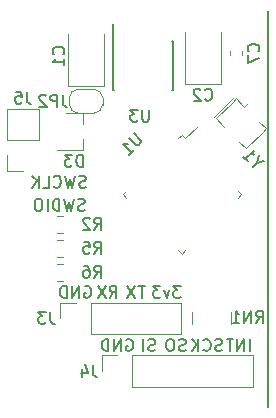
<source format=gbo>
G04 #@! TF.GenerationSoftware,KiCad,Pcbnew,5.0.2+dfsg1-1*
G04 #@! TF.CreationDate,2019-02-22T20:57:12+02:00*
G04 #@! TF.ProjectId,e3634a_oled,65333633-3461-45f6-9f6c-65642e6b6963,A*
G04 #@! TF.SameCoordinates,Original*
G04 #@! TF.FileFunction,Legend,Bot*
G04 #@! TF.FilePolarity,Positive*
%FSLAX46Y46*%
G04 Gerber Fmt 4.6, Leading zero omitted, Abs format (unit mm)*
G04 Created by KiCad (PCBNEW 5.0.2+dfsg1-1) date Fri 22 Feb 2019 08:57:12 PM EET*
%MOMM*%
%LPD*%
G01*
G04 APERTURE LIST*
%ADD10C,0.150000*%
%ADD11C,0.200000*%
%ADD12C,0.120000*%
G04 APERTURE END LIST*
D10*
X57757847Y-56838561D02*
X57614990Y-56886180D01*
X57376895Y-56886180D01*
X57281657Y-56838561D01*
X57234038Y-56790942D01*
X57186419Y-56695704D01*
X57186419Y-56600466D01*
X57234038Y-56505228D01*
X57281657Y-56457609D01*
X57376895Y-56409990D01*
X57567371Y-56362371D01*
X57662609Y-56314752D01*
X57710228Y-56267133D01*
X57757847Y-56171895D01*
X57757847Y-56076657D01*
X57710228Y-55981419D01*
X57662609Y-55933800D01*
X57567371Y-55886180D01*
X57329276Y-55886180D01*
X57186419Y-55933800D01*
X56853085Y-55886180D02*
X56614990Y-56886180D01*
X56424514Y-56171895D01*
X56234038Y-56886180D01*
X55995942Y-55886180D01*
X55614990Y-56886180D02*
X55614990Y-55886180D01*
X55376895Y-55886180D01*
X55234038Y-55933800D01*
X55138800Y-56029038D01*
X55091180Y-56124276D01*
X55043561Y-56314752D01*
X55043561Y-56457609D01*
X55091180Y-56648085D01*
X55138800Y-56743323D01*
X55234038Y-56838561D01*
X55376895Y-56886180D01*
X55614990Y-56886180D01*
X54614990Y-56886180D02*
X54614990Y-55886180D01*
X53948323Y-55886180D02*
X53757847Y-55886180D01*
X53662609Y-55933800D01*
X53567371Y-56029038D01*
X53519752Y-56219514D01*
X53519752Y-56552847D01*
X53567371Y-56743323D01*
X53662609Y-56838561D01*
X53757847Y-56886180D01*
X53948323Y-56886180D01*
X54043561Y-56838561D01*
X54138800Y-56743323D01*
X54186419Y-56552847D01*
X54186419Y-56219514D01*
X54138800Y-56029038D01*
X54043561Y-55933800D01*
X53948323Y-55886180D01*
X57849904Y-54882761D02*
X57707047Y-54930380D01*
X57468952Y-54930380D01*
X57373714Y-54882761D01*
X57326095Y-54835142D01*
X57278476Y-54739904D01*
X57278476Y-54644666D01*
X57326095Y-54549428D01*
X57373714Y-54501809D01*
X57468952Y-54454190D01*
X57659428Y-54406571D01*
X57754666Y-54358952D01*
X57802285Y-54311333D01*
X57849904Y-54216095D01*
X57849904Y-54120857D01*
X57802285Y-54025619D01*
X57754666Y-53978000D01*
X57659428Y-53930380D01*
X57421333Y-53930380D01*
X57278476Y-53978000D01*
X56945142Y-53930380D02*
X56707047Y-54930380D01*
X56516571Y-54216095D01*
X56326095Y-54930380D01*
X56088000Y-53930380D01*
X55135619Y-54835142D02*
X55183238Y-54882761D01*
X55326095Y-54930380D01*
X55421333Y-54930380D01*
X55564190Y-54882761D01*
X55659428Y-54787523D01*
X55707047Y-54692285D01*
X55754666Y-54501809D01*
X55754666Y-54358952D01*
X55707047Y-54168476D01*
X55659428Y-54073238D01*
X55564190Y-53978000D01*
X55421333Y-53930380D01*
X55326095Y-53930380D01*
X55183238Y-53978000D01*
X55135619Y-54025619D01*
X54230857Y-54930380D02*
X54707047Y-54930380D01*
X54707047Y-53930380D01*
X53897523Y-54930380D02*
X53897523Y-53930380D01*
X53326095Y-54930380D02*
X53754666Y-54358952D01*
X53326095Y-53930380D02*
X53897523Y-54501809D01*
X71732761Y-68773380D02*
X71732761Y-67773380D01*
X71256571Y-68773380D02*
X71256571Y-67773380D01*
X70685142Y-68773380D01*
X70685142Y-67773380D01*
X70351809Y-67773380D02*
X69780380Y-67773380D01*
X70066095Y-68773380D02*
X70066095Y-67773380D01*
X69385714Y-68725761D02*
X69242857Y-68773380D01*
X69004761Y-68773380D01*
X68909523Y-68725761D01*
X68861904Y-68678142D01*
X68814285Y-68582904D01*
X68814285Y-68487666D01*
X68861904Y-68392428D01*
X68909523Y-68344809D01*
X69004761Y-68297190D01*
X69195238Y-68249571D01*
X69290476Y-68201952D01*
X69338095Y-68154333D01*
X69385714Y-68059095D01*
X69385714Y-67963857D01*
X69338095Y-67868619D01*
X69290476Y-67821000D01*
X69195238Y-67773380D01*
X68957142Y-67773380D01*
X68814285Y-67821000D01*
X67814285Y-68678142D02*
X67861904Y-68725761D01*
X68004761Y-68773380D01*
X68100000Y-68773380D01*
X68242857Y-68725761D01*
X68338095Y-68630523D01*
X68385714Y-68535285D01*
X68433333Y-68344809D01*
X68433333Y-68201952D01*
X68385714Y-68011476D01*
X68338095Y-67916238D01*
X68242857Y-67821000D01*
X68100000Y-67773380D01*
X68004761Y-67773380D01*
X67861904Y-67821000D01*
X67814285Y-67868619D01*
X67385714Y-68773380D02*
X67385714Y-67773380D01*
X66814285Y-68773380D02*
X67242857Y-68201952D01*
X66814285Y-67773380D02*
X67385714Y-68344809D01*
X66303523Y-68725761D02*
X66160666Y-68773380D01*
X65922571Y-68773380D01*
X65827333Y-68725761D01*
X65779714Y-68678142D01*
X65732095Y-68582904D01*
X65732095Y-68487666D01*
X65779714Y-68392428D01*
X65827333Y-68344809D01*
X65922571Y-68297190D01*
X66113047Y-68249571D01*
X66208285Y-68201952D01*
X66255904Y-68154333D01*
X66303523Y-68059095D01*
X66303523Y-67963857D01*
X66255904Y-67868619D01*
X66208285Y-67821000D01*
X66113047Y-67773380D01*
X65874952Y-67773380D01*
X65732095Y-67821000D01*
X65113047Y-67773380D02*
X64922571Y-67773380D01*
X64827333Y-67821000D01*
X64732095Y-67916238D01*
X64684476Y-68106714D01*
X64684476Y-68440047D01*
X64732095Y-68630523D01*
X64827333Y-68725761D01*
X64922571Y-68773380D01*
X65113047Y-68773380D01*
X65208285Y-68725761D01*
X65303523Y-68630523D01*
X65351142Y-68440047D01*
X65351142Y-68106714D01*
X65303523Y-67916238D01*
X65208285Y-67821000D01*
X65113047Y-67773380D01*
X63723809Y-68725761D02*
X63580952Y-68773380D01*
X63342857Y-68773380D01*
X63247619Y-68725761D01*
X63200000Y-68678142D01*
X63152380Y-68582904D01*
X63152380Y-68487666D01*
X63200000Y-68392428D01*
X63247619Y-68344809D01*
X63342857Y-68297190D01*
X63533333Y-68249571D01*
X63628571Y-68201952D01*
X63676190Y-68154333D01*
X63723809Y-68059095D01*
X63723809Y-67963857D01*
X63676190Y-67868619D01*
X63628571Y-67821000D01*
X63533333Y-67773380D01*
X63295238Y-67773380D01*
X63152380Y-67821000D01*
X62723809Y-68773380D02*
X62723809Y-67773380D01*
X61302904Y-67821000D02*
X61398142Y-67773380D01*
X61541000Y-67773380D01*
X61683857Y-67821000D01*
X61779095Y-67916238D01*
X61826714Y-68011476D01*
X61874333Y-68201952D01*
X61874333Y-68344809D01*
X61826714Y-68535285D01*
X61779095Y-68630523D01*
X61683857Y-68725761D01*
X61541000Y-68773380D01*
X61445761Y-68773380D01*
X61302904Y-68725761D01*
X61255285Y-68678142D01*
X61255285Y-68344809D01*
X61445761Y-68344809D01*
X60826714Y-68773380D02*
X60826714Y-67773380D01*
X60255285Y-68773380D01*
X60255285Y-67773380D01*
X59779095Y-68773380D02*
X59779095Y-67773380D01*
X59541000Y-67773380D01*
X59398142Y-67821000D01*
X59302904Y-67916238D01*
X59255285Y-68011476D01*
X59207666Y-68201952D01*
X59207666Y-68344809D01*
X59255285Y-68535285D01*
X59302904Y-68630523D01*
X59398142Y-68725761D01*
X59541000Y-68773380D01*
X59779095Y-68773380D01*
X65890476Y-63252380D02*
X65271428Y-63252380D01*
X65604761Y-63633333D01*
X65461904Y-63633333D01*
X65366666Y-63680952D01*
X65319047Y-63728571D01*
X65271428Y-63823809D01*
X65271428Y-64061904D01*
X65319047Y-64157142D01*
X65366666Y-64204761D01*
X65461904Y-64252380D01*
X65747619Y-64252380D01*
X65842857Y-64204761D01*
X65890476Y-64157142D01*
X64938095Y-63585714D02*
X64700000Y-64252380D01*
X64461904Y-63585714D01*
X64176190Y-63252380D02*
X63557142Y-63252380D01*
X63890476Y-63633333D01*
X63747619Y-63633333D01*
X63652380Y-63680952D01*
X63604761Y-63728571D01*
X63557142Y-63823809D01*
X63557142Y-64061904D01*
X63604761Y-64157142D01*
X63652380Y-64204761D01*
X63747619Y-64252380D01*
X64033333Y-64252380D01*
X64128571Y-64204761D01*
X64176190Y-64157142D01*
X62861904Y-63252380D02*
X62290476Y-63252380D01*
X62576190Y-64252380D02*
X62576190Y-63252380D01*
X62052380Y-63252380D02*
X61385714Y-64252380D01*
X61385714Y-63252380D02*
X62052380Y-64252380D01*
X59866666Y-64252380D02*
X60200000Y-63776190D01*
X60438095Y-64252380D02*
X60438095Y-63252380D01*
X60057142Y-63252380D01*
X59961904Y-63300000D01*
X59914285Y-63347619D01*
X59866666Y-63442857D01*
X59866666Y-63585714D01*
X59914285Y-63680952D01*
X59961904Y-63728571D01*
X60057142Y-63776190D01*
X60438095Y-63776190D01*
X59533333Y-63252380D02*
X58866666Y-64252380D01*
X58866666Y-63252380D02*
X59533333Y-64252380D01*
X57761904Y-63300000D02*
X57857142Y-63252380D01*
X58000000Y-63252380D01*
X58142857Y-63300000D01*
X58238095Y-63395238D01*
X58285714Y-63490476D01*
X58333333Y-63680952D01*
X58333333Y-63823809D01*
X58285714Y-64014285D01*
X58238095Y-64109523D01*
X58142857Y-64204761D01*
X58000000Y-64252380D01*
X57904761Y-64252380D01*
X57761904Y-64204761D01*
X57714285Y-64157142D01*
X57714285Y-63823809D01*
X57904761Y-63823809D01*
X57285714Y-64252380D02*
X57285714Y-63252380D01*
X56714285Y-64252380D01*
X56714285Y-63252380D01*
X56238095Y-64252380D02*
X56238095Y-63252380D01*
X56000000Y-63252380D01*
X55857142Y-63300000D01*
X55761904Y-63395238D01*
X55714285Y-63490476D01*
X55666666Y-63680952D01*
X55666666Y-63823809D01*
X55714285Y-64014285D01*
X55761904Y-64109523D01*
X55857142Y-64204761D01*
X56000000Y-64252380D01*
X56238095Y-64252380D01*
D11*
X73300000Y-40000000D02*
X73300000Y-73500000D01*
D12*
G04 #@! TO.C,J3*
X55670000Y-64670000D02*
X55670000Y-66000000D01*
X57000000Y-64670000D02*
X55670000Y-64670000D01*
X58270000Y-64670000D02*
X58270000Y-67330000D01*
X58270000Y-67330000D02*
X65950000Y-67330000D01*
X58270000Y-64670000D02*
X65950000Y-64670000D01*
X65950000Y-64670000D02*
X65950000Y-67330000D01*
G04 #@! TO.C,D3*
X57618000Y-48580000D02*
X57618000Y-49510000D01*
X57618000Y-51740000D02*
X57618000Y-50810000D01*
X57618000Y-51740000D02*
X55458000Y-51740000D01*
X57618000Y-48580000D02*
X56158000Y-48580000D01*
G04 #@! TO.C,R2*
X55407922Y-58744000D02*
X55925078Y-58744000D01*
X55407922Y-57324000D02*
X55925078Y-57324000D01*
G04 #@! TO.C,R5*
X55925077Y-60776000D02*
X55407921Y-60776000D01*
X55925077Y-59356000D02*
X55407921Y-59356000D01*
G04 #@! TO.C,R6*
X55925078Y-62808000D02*
X55407922Y-62808000D01*
X55925078Y-61388000D02*
X55407922Y-61388000D01*
G04 #@! TO.C,U1*
X60965400Y-55500000D02*
X61262385Y-55796985D01*
X66000000Y-60534600D02*
X65703015Y-60237615D01*
X71034600Y-55500000D02*
X70737615Y-55203015D01*
X66000000Y-50465400D02*
X65703015Y-50762385D01*
X66000000Y-60534600D02*
X66296985Y-60237615D01*
X60965400Y-55500000D02*
X61262385Y-55203015D01*
X66296985Y-50762385D02*
X67272792Y-49786577D01*
X66000000Y-50465400D02*
X66296985Y-50762385D01*
X71034600Y-55500000D02*
X70737615Y-55796985D01*
G04 #@! TO.C,Y1*
X73121320Y-49924264D02*
X72555635Y-49358579D01*
X71424264Y-51621320D02*
X72838478Y-50207107D01*
X70858579Y-51055635D02*
X71424264Y-51621320D01*
X68878680Y-49075736D02*
X69585786Y-49782843D01*
X70292893Y-47661522D02*
X68878680Y-49075736D01*
X71282843Y-48085786D02*
X70575736Y-47378680D01*
X71282843Y-48085786D02*
X71565685Y-47802944D01*
X68737258Y-48934315D02*
X70151472Y-47520101D01*
X72838478Y-50207107D02*
X73121320Y-49924264D01*
X70292893Y-47661522D02*
X70575736Y-47378680D01*
X70151472Y-47520101D02*
X70434315Y-47237258D01*
G04 #@! TO.C,C1*
X56364000Y-46344000D02*
X56364000Y-41959000D01*
X59384000Y-46344000D02*
X56364000Y-46344000D01*
X59384000Y-41959000D02*
X59384000Y-46344000D01*
G04 #@! TO.C,C2*
X69290000Y-41750000D02*
X69290000Y-46135000D01*
X69290000Y-46135000D02*
X66270000Y-46135000D01*
X66270000Y-46135000D02*
X66270000Y-41750000D01*
G04 #@! TO.C,RN1*
X66820000Y-65500000D02*
X66820000Y-66500000D01*
X70180000Y-65500000D02*
X70180000Y-66500000D01*
G04 #@! TO.C,C7*
X71084000Y-43718779D02*
X71084000Y-43393221D01*
X70064000Y-43718779D02*
X70064000Y-43393221D01*
D10*
G04 #@! TO.C,U3*
X60125000Y-42497000D02*
X60175000Y-42497000D01*
X60125000Y-46647000D02*
X60270000Y-46647000D01*
X65275000Y-46647000D02*
X65130000Y-46647000D01*
X65275000Y-42497000D02*
X65130000Y-42497000D01*
X60125000Y-42497000D02*
X60125000Y-46647000D01*
X65275000Y-42497000D02*
X65275000Y-46647000D01*
X60175000Y-42497000D02*
X60175000Y-41097000D01*
D12*
G04 #@! TO.C,J4*
X72031000Y-69150000D02*
X72031000Y-71810000D01*
X61811000Y-69150000D02*
X72031000Y-69150000D01*
X61811000Y-71810000D02*
X72031000Y-71810000D01*
X61811000Y-69150000D02*
X61811000Y-71810000D01*
X60541000Y-69150000D02*
X59211000Y-69150000D01*
X59211000Y-69150000D02*
X59211000Y-70480000D01*
G04 #@! TO.C,J5*
X51210000Y-48322000D02*
X53870000Y-48322000D01*
X51210000Y-50922000D02*
X51210000Y-48322000D01*
X53870000Y-50922000D02*
X53870000Y-48322000D01*
X51210000Y-50922000D02*
X53870000Y-50922000D01*
X51210000Y-52192000D02*
X51210000Y-53522000D01*
X51210000Y-53522000D02*
X52540000Y-53522000D01*
G04 #@! TO.C,JP2*
X58574000Y-48620000D02*
G75*
G03X59274000Y-47920000I0J700000D01*
G01*
X59274000Y-47320000D02*
G75*
G03X58574000Y-46620000I-700000J0D01*
G01*
X57174000Y-46620000D02*
G75*
G03X56474000Y-47320000I0J-700000D01*
G01*
X56474000Y-47920000D02*
G75*
G03X57174000Y-48620000I700000J0D01*
G01*
X56474000Y-47320000D02*
X56474000Y-47920000D01*
X58574000Y-46620000D02*
X57174000Y-46620000D01*
X59274000Y-47920000D02*
X59274000Y-47320000D01*
X57174000Y-48620000D02*
X58574000Y-48620000D01*
G04 #@! TO.C,J3*
D10*
X54833333Y-65452380D02*
X54833333Y-66166666D01*
X54880952Y-66309523D01*
X54976190Y-66404761D01*
X55119047Y-66452380D01*
X55214285Y-66452380D01*
X54452380Y-65452380D02*
X53833333Y-65452380D01*
X54166666Y-65833333D01*
X54023809Y-65833333D01*
X53928571Y-65880952D01*
X53880952Y-65928571D01*
X53833333Y-66023809D01*
X53833333Y-66261904D01*
X53880952Y-66357142D01*
X53928571Y-66404761D01*
X54023809Y-66452380D01*
X54309523Y-66452380D01*
X54404761Y-66404761D01*
X54452380Y-66357142D01*
G04 #@! TO.C,D3*
X57596095Y-53152380D02*
X57596095Y-52152380D01*
X57358000Y-52152380D01*
X57215142Y-52200000D01*
X57119904Y-52295238D01*
X57072285Y-52390476D01*
X57024666Y-52580952D01*
X57024666Y-52723809D01*
X57072285Y-52914285D01*
X57119904Y-53009523D01*
X57215142Y-53104761D01*
X57358000Y-53152380D01*
X57596095Y-53152380D01*
X56691333Y-52152380D02*
X56072285Y-52152380D01*
X56405619Y-52533333D01*
X56262761Y-52533333D01*
X56167523Y-52580952D01*
X56119904Y-52628571D01*
X56072285Y-52723809D01*
X56072285Y-52961904D01*
X56119904Y-53057142D01*
X56167523Y-53104761D01*
X56262761Y-53152380D01*
X56548476Y-53152380D01*
X56643714Y-53104761D01*
X56691333Y-53057142D01*
G04 #@! TO.C,R2*
X58574066Y-58486380D02*
X58907400Y-58010190D01*
X59145495Y-58486380D02*
X59145495Y-57486380D01*
X58764542Y-57486380D01*
X58669304Y-57534000D01*
X58621685Y-57581619D01*
X58574066Y-57676857D01*
X58574066Y-57819714D01*
X58621685Y-57914952D01*
X58669304Y-57962571D01*
X58764542Y-58010190D01*
X59145495Y-58010190D01*
X58193114Y-57581619D02*
X58145495Y-57534000D01*
X58050257Y-57486380D01*
X57812161Y-57486380D01*
X57716923Y-57534000D01*
X57669304Y-57581619D01*
X57621685Y-57676857D01*
X57621685Y-57772095D01*
X57669304Y-57914952D01*
X58240733Y-58486380D01*
X57621685Y-58486380D01*
G04 #@! TO.C,R5*
X58583165Y-60518380D02*
X58916499Y-60042190D01*
X59154594Y-60518380D02*
X59154594Y-59518380D01*
X58773641Y-59518380D01*
X58678403Y-59566000D01*
X58630784Y-59613619D01*
X58583165Y-59708857D01*
X58583165Y-59851714D01*
X58630784Y-59946952D01*
X58678403Y-59994571D01*
X58773641Y-60042190D01*
X59154594Y-60042190D01*
X57678403Y-59518380D02*
X58154594Y-59518380D01*
X58202213Y-59994571D01*
X58154594Y-59946952D01*
X58059356Y-59899333D01*
X57821260Y-59899333D01*
X57726022Y-59946952D01*
X57678403Y-59994571D01*
X57630784Y-60089809D01*
X57630784Y-60327904D01*
X57678403Y-60423142D01*
X57726022Y-60470761D01*
X57821260Y-60518380D01*
X58059356Y-60518380D01*
X58154594Y-60470761D01*
X58202213Y-60423142D01*
G04 #@! TO.C,R6*
X58566206Y-62550380D02*
X58899540Y-62074190D01*
X59137635Y-62550380D02*
X59137635Y-61550380D01*
X58756682Y-61550380D01*
X58661444Y-61598000D01*
X58613825Y-61645619D01*
X58566206Y-61740857D01*
X58566206Y-61883714D01*
X58613825Y-61978952D01*
X58661444Y-62026571D01*
X58756682Y-62074190D01*
X59137635Y-62074190D01*
X57709063Y-61550380D02*
X57899540Y-61550380D01*
X57994778Y-61598000D01*
X58042397Y-61645619D01*
X58137635Y-61788476D01*
X58185254Y-61978952D01*
X58185254Y-62359904D01*
X58137635Y-62455142D01*
X58090016Y-62502761D01*
X57994778Y-62550380D01*
X57804301Y-62550380D01*
X57709063Y-62502761D01*
X57661444Y-62455142D01*
X57613825Y-62359904D01*
X57613825Y-62121809D01*
X57661444Y-62026571D01*
X57709063Y-61978952D01*
X57804301Y-61931333D01*
X57994778Y-61931333D01*
X58090016Y-61978952D01*
X58137635Y-62026571D01*
X58185254Y-62121809D01*
G04 #@! TO.C,U1*
X61908881Y-50331385D02*
X62481301Y-50903805D01*
X62514973Y-51004820D01*
X62514973Y-51072164D01*
X62481301Y-51173179D01*
X62346614Y-51307866D01*
X62245599Y-51341538D01*
X62178255Y-51341538D01*
X62077240Y-51307866D01*
X61504820Y-50735446D01*
X61504820Y-52149660D02*
X61908881Y-51745599D01*
X61706851Y-51947629D02*
X60999744Y-51240523D01*
X61168103Y-51274194D01*
X61302790Y-51274194D01*
X61403805Y-51240523D01*
G04 #@! TO.C,Y1*
X72353553Y-52819881D02*
X72016835Y-53156599D01*
X72959644Y-52685194D02*
X72353553Y-52819881D01*
X72488240Y-52213790D01*
X71175042Y-52314805D02*
X71579103Y-52718866D01*
X71377072Y-52516835D02*
X72084179Y-51809729D01*
X72050507Y-51978087D01*
X72050507Y-52112774D01*
X72084179Y-52213790D01*
G04 #@! TO.C,C1*
X55945142Y-43643333D02*
X55992761Y-43595714D01*
X56040380Y-43452857D01*
X56040380Y-43357619D01*
X55992761Y-43214761D01*
X55897523Y-43119523D01*
X55802285Y-43071904D01*
X55611809Y-43024285D01*
X55468952Y-43024285D01*
X55278476Y-43071904D01*
X55183238Y-43119523D01*
X55088000Y-43214761D01*
X55040380Y-43357619D01*
X55040380Y-43452857D01*
X55088000Y-43595714D01*
X55135619Y-43643333D01*
X56040380Y-44595714D02*
X56040380Y-44024285D01*
X56040380Y-44310000D02*
X55040380Y-44310000D01*
X55183238Y-44214761D01*
X55278476Y-44119523D01*
X55326095Y-44024285D01*
G04 #@! TO.C,C2*
X67946666Y-47469142D02*
X67994285Y-47516761D01*
X68137142Y-47564380D01*
X68232380Y-47564380D01*
X68375238Y-47516761D01*
X68470476Y-47421523D01*
X68518095Y-47326285D01*
X68565714Y-47135809D01*
X68565714Y-46992952D01*
X68518095Y-46802476D01*
X68470476Y-46707238D01*
X68375238Y-46612000D01*
X68232380Y-46564380D01*
X68137142Y-46564380D01*
X67994285Y-46612000D01*
X67946666Y-46659619D01*
X67565714Y-46659619D02*
X67518095Y-46612000D01*
X67422857Y-46564380D01*
X67184761Y-46564380D01*
X67089523Y-46612000D01*
X67041904Y-46659619D01*
X66994285Y-46754857D01*
X66994285Y-46850095D01*
X67041904Y-46992952D01*
X67613333Y-47564380D01*
X66994285Y-47564380D01*
G04 #@! TO.C,RN1*
X72280476Y-66360380D02*
X72613809Y-65884190D01*
X72851904Y-66360380D02*
X72851904Y-65360380D01*
X72470952Y-65360380D01*
X72375714Y-65408000D01*
X72328095Y-65455619D01*
X72280476Y-65550857D01*
X72280476Y-65693714D01*
X72328095Y-65788952D01*
X72375714Y-65836571D01*
X72470952Y-65884190D01*
X72851904Y-65884190D01*
X71851904Y-66360380D02*
X71851904Y-65360380D01*
X71280476Y-66360380D01*
X71280476Y-65360380D01*
X70280476Y-66360380D02*
X70851904Y-66360380D01*
X70566190Y-66360380D02*
X70566190Y-65360380D01*
X70661428Y-65503238D01*
X70756666Y-65598476D01*
X70851904Y-65646095D01*
G04 #@! TO.C,C7*
X72455142Y-43404334D02*
X72502761Y-43356715D01*
X72550380Y-43213858D01*
X72550380Y-43118620D01*
X72502761Y-42975762D01*
X72407523Y-42880524D01*
X72312285Y-42832905D01*
X72121809Y-42785286D01*
X71978952Y-42785286D01*
X71788476Y-42832905D01*
X71693238Y-42880524D01*
X71598000Y-42975762D01*
X71550380Y-43118620D01*
X71550380Y-43213858D01*
X71598000Y-43356715D01*
X71645619Y-43404334D01*
X71550380Y-43737667D02*
X71550380Y-44404334D01*
X72550380Y-43975762D01*
G04 #@! TO.C,U3*
X63207904Y-48342380D02*
X63207904Y-49151904D01*
X63160285Y-49247142D01*
X63112666Y-49294761D01*
X63017428Y-49342380D01*
X62826952Y-49342380D01*
X62731714Y-49294761D01*
X62684095Y-49247142D01*
X62636476Y-49151904D01*
X62636476Y-48342380D01*
X62255523Y-48342380D02*
X61636476Y-48342380D01*
X61969809Y-48723333D01*
X61826952Y-48723333D01*
X61731714Y-48770952D01*
X61684095Y-48818571D01*
X61636476Y-48913809D01*
X61636476Y-49151904D01*
X61684095Y-49247142D01*
X61731714Y-49294761D01*
X61826952Y-49342380D01*
X62112666Y-49342380D01*
X62207904Y-49294761D01*
X62255523Y-49247142D01*
G04 #@! TO.C,J4*
X58461333Y-69932380D02*
X58461333Y-70646666D01*
X58508952Y-70789523D01*
X58604190Y-70884761D01*
X58747047Y-70932380D01*
X58842285Y-70932380D01*
X57556571Y-70265714D02*
X57556571Y-70932380D01*
X57794666Y-69884761D02*
X58032761Y-70599047D01*
X57413714Y-70599047D01*
G04 #@! TO.C,J5*
X52873333Y-46818380D02*
X52873333Y-47532666D01*
X52920952Y-47675523D01*
X53016190Y-47770761D01*
X53159047Y-47818380D01*
X53254285Y-47818380D01*
X51920952Y-46818380D02*
X52397142Y-46818380D01*
X52444761Y-47294571D01*
X52397142Y-47246952D01*
X52301904Y-47199333D01*
X52063809Y-47199333D01*
X51968571Y-47246952D01*
X51920952Y-47294571D01*
X51873333Y-47389809D01*
X51873333Y-47627904D01*
X51920952Y-47723142D01*
X51968571Y-47770761D01*
X52063809Y-47818380D01*
X52301904Y-47818380D01*
X52397142Y-47770761D01*
X52444761Y-47723142D01*
G04 #@! TO.C,JP2*
X55913333Y-47072380D02*
X55913333Y-47786666D01*
X55960952Y-47929523D01*
X56056190Y-48024761D01*
X56199047Y-48072380D01*
X56294285Y-48072380D01*
X55437142Y-48072380D02*
X55437142Y-47072380D01*
X55056190Y-47072380D01*
X54960952Y-47120000D01*
X54913333Y-47167619D01*
X54865714Y-47262857D01*
X54865714Y-47405714D01*
X54913333Y-47500952D01*
X54960952Y-47548571D01*
X55056190Y-47596190D01*
X55437142Y-47596190D01*
X54484761Y-47167619D02*
X54437142Y-47120000D01*
X54341904Y-47072380D01*
X54103809Y-47072380D01*
X54008571Y-47120000D01*
X53960952Y-47167619D01*
X53913333Y-47262857D01*
X53913333Y-47358095D01*
X53960952Y-47500952D01*
X54532380Y-48072380D01*
X53913333Y-48072380D01*
G04 #@! TD*
M02*

</source>
